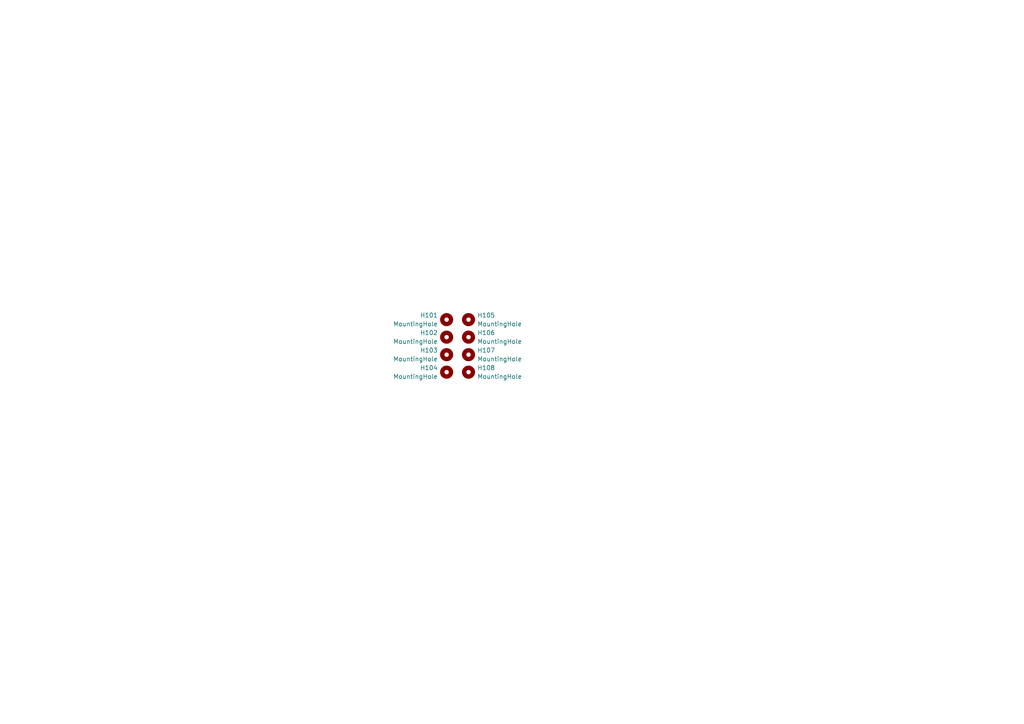
<source format=kicad_sch>
(kicad_sch (version 20211123) (generator eeschema)
  (paper "A4")
  (title_block (title "Xformer Spacer") (date "2023-01-01") (rev "0.9") (company "RPG") (comment 1 "All resistors 0.01% VHP101 or better") (comment 2 "All capacitors X7R MLCC unless otherwise noted"))
  (lib_symbols
    (symbol "Mechanical:MountingHole" (pin_names (offset 1.016))
      (property "Reference" "H" (at 0 5.08 0))
      (property "Value" "MountingHole" (at 0 3.175 0))
      (symbol "MountingHole_0_1"
        (circle (center 0 0) (radius 1.27) (stroke (width 1.27)))
      )
    )
  )
  (symbol (lib_id "Mechanical:MountingHole") (at 129.54 107.95 0) (unit 1) (in_bom no)
    (property "Reference" "H104" (at 127 106.6799 0) (effects (justify right)))
    (property "Value" "MountingHole" (at 127 109.2199 0) (effects (justify right)))
    (property "Footprint" "MountingHole:MountingHole_4.3mm_M4" (effects hide))
  )
  (symbol (lib_id "Mechanical:MountingHole") (at 135.89 92.71 0) (unit 1) (in_bom no)
    (property "Reference" "H105" (at 138.43 91.4399 0) (effects (justify left)))
    (property "Value" "MountingHole" (at 138.43 93.9799 0) (effects (justify left)))
    (property "Footprint" "MountingHole:MountingHole_4.3mm_M4" (effects hide))
  )
  (symbol (lib_id "Mechanical:MountingHole") (at 129.54 102.87 0) (unit 1) (in_bom no)
    (property "Reference" "H103" (at 127 101.5999 0) (effects (justify right)))
    (property "Value" "MountingHole" (at 127 104.1399 0) (effects (justify right)))
    (property "Footprint" "MountingHole:MountingHole_4.3mm_M4" (effects hide))
  )
  (symbol (lib_id "Mechanical:MountingHole") (at 129.54 92.71 0) (unit 1) (in_bom no)
    (property "Reference" "H101" (at 127 91.4399 0) (effects (justify right)))
    (property "Value" "MountingHole" (at 127 93.9799 0) (effects (justify right)))
    (property "Footprint" "MountingHole:MountingHole_4.3mm_M4" (effects hide))
  )
  (symbol (lib_id "Mechanical:MountingHole") (at 135.89 107.95 0) (unit 1) (in_bom no)
    (property "Reference" "H108" (at 138.43 106.6799 0) (effects (justify left)))
    (property "Value" "MountingHole" (at 138.43 109.2199 0) (effects (justify left)))
    (property "Footprint" "MountingHole:MountingHole_4.3mm_M4" (effects hide))
  )
  (symbol (lib_id "Mechanical:MountingHole") (at 129.54 97.79 0) (unit 1) (in_bom no)
    (property "Reference" "H102" (at 127 96.5199 0) (effects (justify right)))
    (property "Value" "MountingHole" (at 127 99.0599 0) (effects (justify right)))
    (property "Footprint" "MountingHole:MountingHole_4.3mm_M4" (effects hide))
  )
  (symbol (lib_id "Mechanical:MountingHole") (at 135.89 97.79 0) (unit 1) (in_bom no)
    (property "Reference" "H106" (at 138.43 96.5199 0) (effects (justify left)))
    (property "Value" "MountingHole" (at 138.43 99.0599 0) (effects (justify left)))
    (property "Footprint" "MountingHole:MountingHole_4.3mm_M4" (effects hide))
  )
  (symbol (lib_id "Mechanical:MountingHole") (at 135.89 102.87 0) (unit 1) (in_bom no)
    (property "Reference" "H107" (at 138.43 101.5999 0) (effects (justify left)))
    (property "Value" "MountingHole" (at 138.43 104.1399 0) (effects (justify left)))
    (property "Footprint" "MountingHole:MountingHole_4.3mm_M4" (effects hide))
  )
)
</source>
